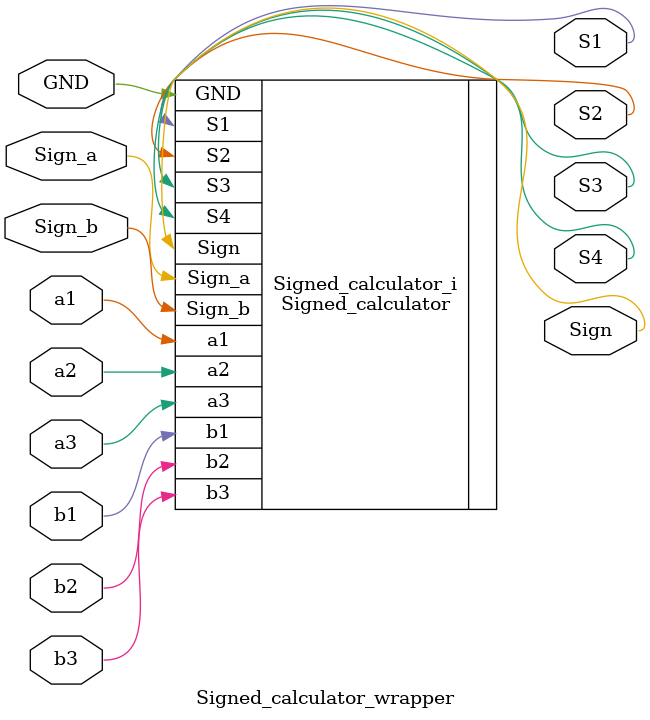
<source format=v>
`timescale 1 ps / 1 ps

module Signed_calculator_wrapper
   (GND,
    S1,
    S2,
    S3,
    S4,
    Sign,
    Sign_a,
    Sign_b,
    a1,
    a2,
    a3,
    b1,
    b2,
    b3);
  input GND;
  output S1;
  output S2;
  output S3;
  output S4;
  output Sign;
  input Sign_a;
  input Sign_b;
  input a1;
  input a2;
  input a3;
  input b1;
  input b2;
  input b3;

  wire GND;
  wire S1;
  wire S2;
  wire S3;
  wire S4;
  wire Sign;
  wire Sign_a;
  wire Sign_b;
  wire a1;
  wire a2;
  wire a3;
  wire b1;
  wire b2;
  wire b3;

  Signed_calculator Signed_calculator_i
       (.GND(GND),
        .S1(S1),
        .S2(S2),
        .S3(S3),
        .S4(S4),
        .Sign(Sign),
        .Sign_a(Sign_a),
        .Sign_b(Sign_b),
        .a1(a1),
        .a2(a2),
        .a3(a3),
        .b1(b1),
        .b2(b2),
        .b3(b3));
endmodule

</source>
